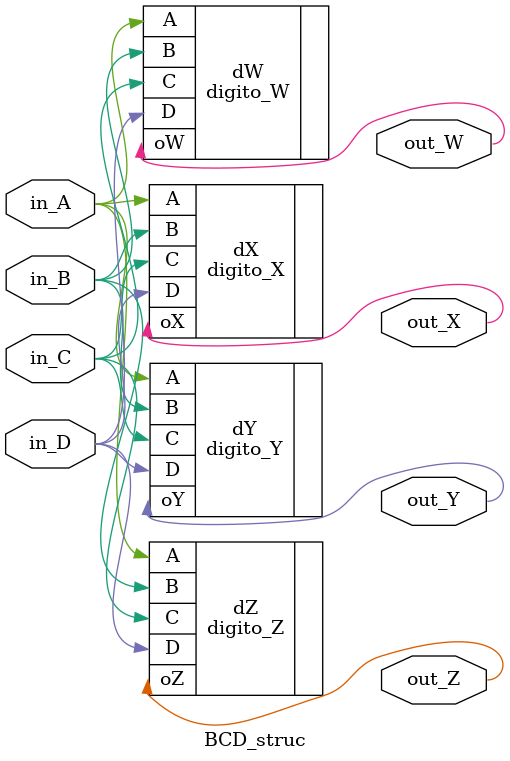
<source format=v>
`include "digito_W.v"
`include "digito_X.v"
`include "digito_Y.v"
`include "digito_Z.v"

module BCD_struc (
    input in_A, input in_B, input in_C, input in_D, output out_W, output out_X, output out_Y, output out_Z
);
    digito_W dW(.oW(out_W), .A(in_A), .B(in_B), .C(in_C), .D(in_D));
    digito_X dX(.oX(out_X), .A(in_A), .B(in_B), .C(in_C), .D(in_D));
    digito_Y dY(.oY(out_Y), .A(in_A), .B(in_B), .C(in_C), .D(in_D));
    digito_Z dZ(.oZ(out_Z), .A(in_A), .B(in_B), .C(in_C), .D(in_D)); //Podriamos utilizar solamente: not dZ(out_Z, D);

endmodule
</source>
